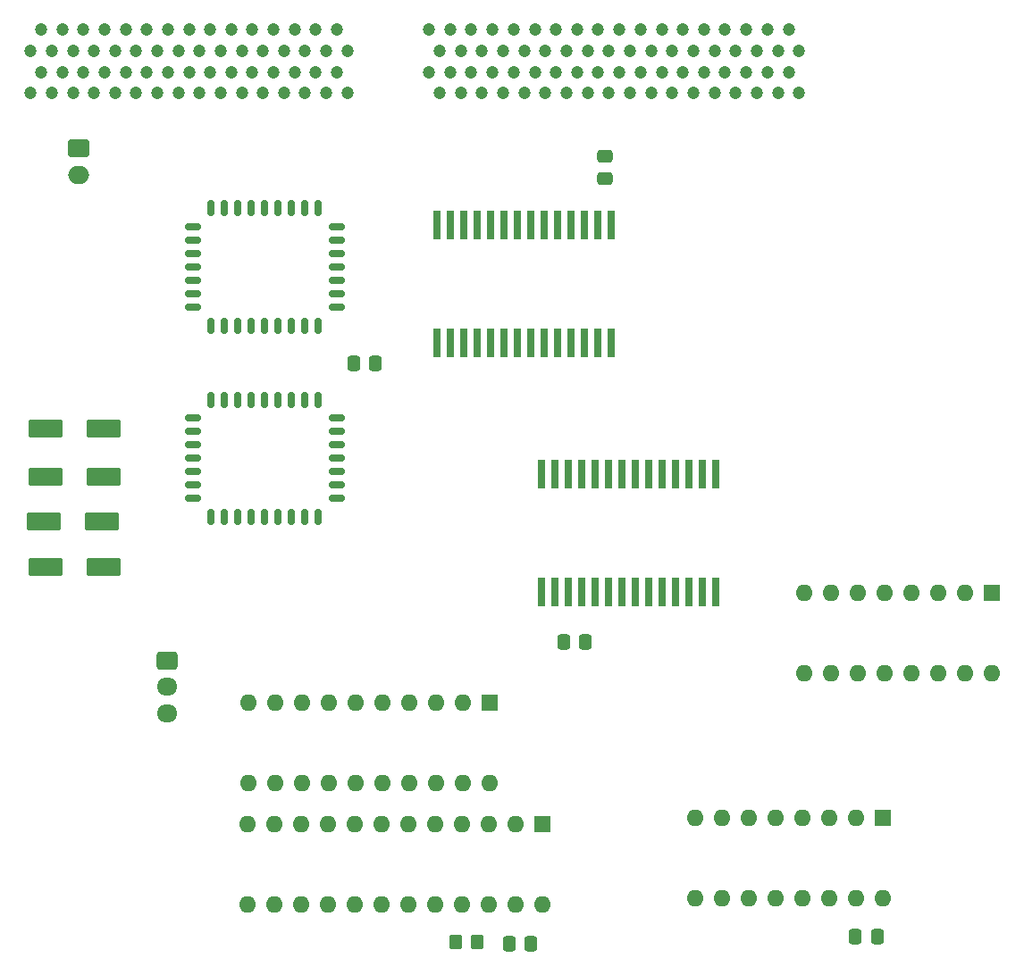
<source format=gbr>
%TF.GenerationSoftware,KiCad,Pcbnew,(7.0.0)*%
%TF.CreationDate,2023-02-16T22:34:58-06:00*%
%TF.ProjectId,cart,63617274-2e6b-4696-9361-645f70636258,rev?*%
%TF.SameCoordinates,Original*%
%TF.FileFunction,Soldermask,Top*%
%TF.FilePolarity,Negative*%
%FSLAX46Y46*%
G04 Gerber Fmt 4.6, Leading zero omitted, Abs format (unit mm)*
G04 Created by KiCad (PCBNEW (7.0.0)) date 2023-02-16 22:34:58*
%MOMM*%
%LPD*%
G01*
G04 APERTURE LIST*
G04 Aperture macros list*
%AMRoundRect*
0 Rectangle with rounded corners*
0 $1 Rounding radius*
0 $2 $3 $4 $5 $6 $7 $8 $9 X,Y pos of 4 corners*
0 Add a 4 corners polygon primitive as box body*
4,1,4,$2,$3,$4,$5,$6,$7,$8,$9,$2,$3,0*
0 Add four circle primitives for the rounded corners*
1,1,$1+$1,$2,$3*
1,1,$1+$1,$4,$5*
1,1,$1+$1,$6,$7*
1,1,$1+$1,$8,$9*
0 Add four rect primitives between the rounded corners*
20,1,$1+$1,$2,$3,$4,$5,0*
20,1,$1+$1,$4,$5,$6,$7,0*
20,1,$1+$1,$6,$7,$8,$9,0*
20,1,$1+$1,$8,$9,$2,$3,0*%
G04 Aperture macros list end*
%ADD10R,0.750000X2.750000*%
%ADD11RoundRect,0.250000X0.337500X0.475000X-0.337500X0.475000X-0.337500X-0.475000X0.337500X-0.475000X0*%
%ADD12R,1.600000X1.600000*%
%ADD13O,1.600000X1.600000*%
%ADD14RoundRect,0.250000X-0.475000X0.337500X-0.475000X-0.337500X0.475000X-0.337500X0.475000X0.337500X0*%
%ADD15RoundRect,0.150000X-0.587500X0.150000X-0.587500X-0.150000X0.587500X-0.150000X0.587500X0.150000X0*%
%ADD16RoundRect,0.150000X-0.150000X0.587500X-0.150000X-0.587500X0.150000X-0.587500X0.150000X0.587500X0*%
%ADD17RoundRect,0.250000X-0.750000X0.600000X-0.750000X-0.600000X0.750000X-0.600000X0.750000X0.600000X0*%
%ADD18O,2.000000X1.700000*%
%ADD19RoundRect,0.250000X1.400000X0.600000X-1.400000X0.600000X-1.400000X-0.600000X1.400000X-0.600000X0*%
%ADD20C,1.200000*%
%ADD21RoundRect,0.250000X0.350000X0.450000X-0.350000X0.450000X-0.350000X-0.450000X0.350000X-0.450000X0*%
%ADD22RoundRect,0.250000X-0.725000X0.600000X-0.725000X-0.600000X0.725000X-0.600000X0.725000X0.600000X0*%
%ADD23O,1.950000X1.700000*%
G04 APERTURE END LIST*
D10*
%TO.C,U8*%
X149779999Y-132884999D03*
X148509999Y-132884999D03*
X147239999Y-132884999D03*
X145969999Y-132884999D03*
X144699999Y-132884999D03*
X143429999Y-132884999D03*
X142159999Y-132884999D03*
X140889999Y-132884999D03*
X139619999Y-132884999D03*
X138349999Y-132884999D03*
X137079999Y-132884999D03*
X135809999Y-132884999D03*
X134539999Y-132884999D03*
X133269999Y-132884999D03*
X133269999Y-144064999D03*
X134539999Y-144064999D03*
X135809999Y-144064999D03*
X137079999Y-144064999D03*
X138349999Y-144064999D03*
X139619999Y-144064999D03*
X140889999Y-144064999D03*
X142159999Y-144064999D03*
X143429999Y-144064999D03*
X144699999Y-144064999D03*
X145969999Y-144064999D03*
X147239999Y-144064999D03*
X148509999Y-144064999D03*
X149779999Y-144064999D03*
%TD*%
%TO.C,U7*%
X139904999Y-109234999D03*
X138634999Y-109234999D03*
X137364999Y-109234999D03*
X136094999Y-109234999D03*
X134824999Y-109234999D03*
X133554999Y-109234999D03*
X132284999Y-109234999D03*
X131014999Y-109234999D03*
X129744999Y-109234999D03*
X128474999Y-109234999D03*
X127204999Y-109234999D03*
X125934999Y-109234999D03*
X124664999Y-109234999D03*
X123394999Y-109234999D03*
X123394999Y-120414999D03*
X124664999Y-120414999D03*
X125934999Y-120414999D03*
X127204999Y-120414999D03*
X128474999Y-120414999D03*
X129744999Y-120414999D03*
X131014999Y-120414999D03*
X132284999Y-120414999D03*
X133554999Y-120414999D03*
X134824999Y-120414999D03*
X136094999Y-120414999D03*
X137364999Y-120414999D03*
X138634999Y-120414999D03*
X139904999Y-120414999D03*
%TD*%
D11*
%TO.C,C2*%
X117587500Y-122350000D03*
X115512500Y-122350000D03*
%TD*%
D12*
%TO.C,U5*%
X165609999Y-165469999D03*
D13*
X163069999Y-165469999D03*
X160529999Y-165469999D03*
X157989999Y-165469999D03*
X155449999Y-165469999D03*
X152909999Y-165469999D03*
X150369999Y-165469999D03*
X147829999Y-165469999D03*
X147829999Y-173089999D03*
X150369999Y-173089999D03*
X152909999Y-173089999D03*
X155449999Y-173089999D03*
X157989999Y-173089999D03*
X160529999Y-173089999D03*
X163069999Y-173089999D03*
X165609999Y-173089999D03*
%TD*%
D14*
%TO.C,C7*%
X139300000Y-102762500D03*
X139300000Y-104837500D03*
%TD*%
D15*
%TO.C,U2*%
X113912500Y-131400000D03*
X113912500Y-130130000D03*
X113912500Y-128860000D03*
X113912500Y-127590000D03*
D16*
X112155000Y-125837500D03*
X110885000Y-125837500D03*
X109615000Y-125837500D03*
X108345000Y-125837500D03*
X107075000Y-125837500D03*
X105805000Y-125837500D03*
X104535000Y-125837500D03*
X103265000Y-125837500D03*
X101995000Y-125837500D03*
D15*
X100237500Y-127590000D03*
X100237500Y-128860000D03*
X100237500Y-130130000D03*
X100237500Y-131400000D03*
X100237500Y-132670000D03*
X100237500Y-133940000D03*
X100237500Y-135210000D03*
D16*
X101995000Y-136962500D03*
X103265000Y-136962500D03*
X104535000Y-136962500D03*
X105805000Y-136962500D03*
X107075000Y-136962500D03*
X108345000Y-136962500D03*
X109615000Y-136962500D03*
X110885000Y-136962500D03*
X112155000Y-136962500D03*
D15*
X113912500Y-135210000D03*
X113912500Y-133940000D03*
X113912500Y-132670000D03*
%TD*%
D17*
%TO.C,SW2*%
X89425000Y-102025000D03*
D18*
X89424999Y-104524999D03*
%TD*%
D19*
%TO.C,D4*%
X91770000Y-141665000D03*
X86270000Y-141665000D03*
%TD*%
%TO.C,D2*%
X91770000Y-133115000D03*
X86270000Y-133115000D03*
%TD*%
D11*
%TO.C,C3*%
X132307500Y-177460000D03*
X130232500Y-177460000D03*
%TD*%
D20*
%TO.C,SSCART1*%
X157710000Y-92750000D03*
X156710000Y-90750000D03*
X155710000Y-92750000D03*
X154710000Y-90750000D03*
X153710000Y-92750000D03*
X152710000Y-90750000D03*
X151690000Y-92750000D03*
X150690000Y-90750000D03*
X149690000Y-92750000D03*
X148690000Y-90750000D03*
X147690000Y-92750000D03*
X146690000Y-90750000D03*
X145690000Y-92750000D03*
X144690000Y-90750000D03*
X143690000Y-92750000D03*
X142690000Y-90750000D03*
X141690000Y-92750000D03*
X140690000Y-90750000D03*
X139670000Y-92750000D03*
X138670000Y-90750000D03*
X137670000Y-92750000D03*
X136670000Y-90750000D03*
X135670000Y-92750000D03*
X134670000Y-90750000D03*
X133670000Y-92750000D03*
X132670000Y-90750000D03*
X131670000Y-92750000D03*
X130670000Y-90750000D03*
X129670000Y-92750000D03*
X128670000Y-90750000D03*
X127650000Y-92750000D03*
X126650000Y-90750000D03*
X125650000Y-92750000D03*
X124650000Y-90750000D03*
X123650000Y-92750000D03*
X122650000Y-90750000D03*
X114900000Y-92750000D03*
X113900000Y-90750000D03*
X112900000Y-92750000D03*
X111900000Y-90750000D03*
X110900000Y-92750000D03*
X109900000Y-90750000D03*
X108900000Y-92750000D03*
X107900000Y-90750000D03*
X106900000Y-92750000D03*
X105900000Y-90750000D03*
X104900000Y-92750000D03*
X103900000Y-90750000D03*
X102900000Y-92750000D03*
X101900000Y-90750000D03*
X100900000Y-92750000D03*
X99900000Y-90750000D03*
X98900000Y-92750000D03*
X97900000Y-90750000D03*
X96900000Y-92750000D03*
X95900000Y-90750000D03*
X94900000Y-92750000D03*
X93900000Y-90750000D03*
X92900000Y-92750000D03*
X91900000Y-90750000D03*
X90900000Y-92750000D03*
X89900000Y-90750000D03*
X88900000Y-92750000D03*
X87900000Y-90750000D03*
X86900000Y-92750000D03*
X85900000Y-90750000D03*
X84900000Y-92750000D03*
X157710000Y-96750000D03*
X156710000Y-94750000D03*
X155710000Y-96750000D03*
X154710000Y-94750000D03*
X153710000Y-96750000D03*
X152710000Y-94750000D03*
X151690000Y-96750000D03*
X150690000Y-94750000D03*
X149690000Y-96750000D03*
X148690000Y-94750000D03*
X147690000Y-96750000D03*
X146690000Y-94750000D03*
X145690000Y-96750000D03*
X144690000Y-94750000D03*
X143690000Y-96750000D03*
X142690000Y-94750000D03*
X141690000Y-96750000D03*
X140690000Y-94750000D03*
X139670000Y-96750000D03*
X138670000Y-94750000D03*
X137670000Y-96750000D03*
X136670000Y-94750000D03*
X135670000Y-96750000D03*
X134670000Y-94750000D03*
X133670000Y-96750000D03*
X132670000Y-94750000D03*
X131670000Y-96750000D03*
X130670000Y-94750000D03*
X129670000Y-96750000D03*
X128670000Y-94750000D03*
X127650000Y-96750000D03*
X126650000Y-94750000D03*
X125650000Y-96750000D03*
X124650000Y-94750000D03*
X123650000Y-96750000D03*
X122650000Y-94750000D03*
X114900000Y-96750000D03*
X113900000Y-94750000D03*
X112900000Y-96750000D03*
X111900000Y-94750000D03*
X110900000Y-96750000D03*
X109900000Y-94750000D03*
X108900000Y-96750000D03*
X107900000Y-94750000D03*
X106900000Y-96750000D03*
X105900000Y-94750000D03*
X104900000Y-96750000D03*
X103900000Y-94750000D03*
X102900000Y-96750000D03*
X101900000Y-94750000D03*
X100900000Y-96750000D03*
X99900000Y-94750000D03*
X98900000Y-96750000D03*
X97900000Y-94750000D03*
X96900000Y-96750000D03*
X95900000Y-94750000D03*
X94900000Y-96750000D03*
X93900000Y-94750000D03*
X92900000Y-96750000D03*
X91900000Y-94750000D03*
X90900000Y-96750000D03*
X89900000Y-94750000D03*
X88900000Y-96750000D03*
X87900000Y-94750000D03*
X86900000Y-96750000D03*
X85900000Y-94750000D03*
X84900000Y-96750000D03*
%TD*%
D12*
%TO.C,U6*%
X175929999Y-144189999D03*
D13*
X173389999Y-144189999D03*
X170849999Y-144189999D03*
X168309999Y-144189999D03*
X165769999Y-144189999D03*
X163229999Y-144189999D03*
X160689999Y-144189999D03*
X158149999Y-144189999D03*
X158149999Y-151809999D03*
X160689999Y-151809999D03*
X163229999Y-151809999D03*
X165769999Y-151809999D03*
X168309999Y-151809999D03*
X170849999Y-151809999D03*
X173389999Y-151809999D03*
X175929999Y-151809999D03*
%TD*%
D12*
%TO.C,U1*%
X128424999Y-154574999D03*
D13*
X125884999Y-154574999D03*
X123344999Y-154574999D03*
X120804999Y-154574999D03*
X118264999Y-154574999D03*
X115724999Y-154574999D03*
X113184999Y-154574999D03*
X110644999Y-154574999D03*
X108104999Y-154574999D03*
X105564999Y-154574999D03*
X105564999Y-162194999D03*
X108104999Y-162194999D03*
X110644999Y-162194999D03*
X113184999Y-162194999D03*
X115724999Y-162194999D03*
X118264999Y-162194999D03*
X120804999Y-162194999D03*
X123344999Y-162194999D03*
X125884999Y-162194999D03*
X128424999Y-162194999D03*
%TD*%
D19*
%TO.C,D1*%
X91770000Y-128590000D03*
X86270000Y-128590000D03*
%TD*%
D11*
%TO.C,C1*%
X165107500Y-176780000D03*
X163032500Y-176780000D03*
%TD*%
D12*
%TO.C,U4*%
X133399999Y-166049999D03*
D13*
X130859999Y-166049999D03*
X128319999Y-166049999D03*
X125779999Y-166049999D03*
X123239999Y-166049999D03*
X120699999Y-166049999D03*
X118159999Y-166049999D03*
X115619999Y-166049999D03*
X113079999Y-166049999D03*
X110539999Y-166049999D03*
X107999999Y-166049999D03*
X105459999Y-166049999D03*
X105459999Y-173669999D03*
X107999999Y-173669999D03*
X110539999Y-173669999D03*
X113079999Y-173669999D03*
X115619999Y-173669999D03*
X118159999Y-173669999D03*
X120699999Y-173669999D03*
X123239999Y-173669999D03*
X125779999Y-173669999D03*
X128319999Y-173669999D03*
X130859999Y-173669999D03*
X133399999Y-173669999D03*
%TD*%
D11*
%TO.C,C4*%
X137475000Y-148765000D03*
X135400000Y-148765000D03*
%TD*%
D19*
%TO.C,D3*%
X91645000Y-137415000D03*
X86145000Y-137415000D03*
%TD*%
D21*
%TO.C,R1*%
X127170000Y-177260000D03*
X125170000Y-177260000D03*
%TD*%
D22*
%TO.C,SW1*%
X97800000Y-150575000D03*
D23*
X97799999Y-153074999D03*
X97799999Y-155574999D03*
%TD*%
D15*
%TO.C,U3*%
X113912500Y-113250000D03*
X113912500Y-111980000D03*
X113912500Y-110710000D03*
X113912500Y-109440000D03*
D16*
X112155000Y-107687500D03*
X110885000Y-107687500D03*
X109615000Y-107687500D03*
X108345000Y-107687500D03*
X107075000Y-107687500D03*
X105805000Y-107687500D03*
X104535000Y-107687500D03*
X103265000Y-107687500D03*
X101995000Y-107687500D03*
D15*
X100237500Y-109440000D03*
X100237500Y-110710000D03*
X100237500Y-111980000D03*
X100237500Y-113250000D03*
X100237500Y-114520000D03*
X100237500Y-115790000D03*
X100237500Y-117060000D03*
D16*
X101995000Y-118812500D03*
X103265000Y-118812500D03*
X104535000Y-118812500D03*
X105805000Y-118812500D03*
X107075000Y-118812500D03*
X108345000Y-118812500D03*
X109615000Y-118812500D03*
X110885000Y-118812500D03*
X112155000Y-118812500D03*
D15*
X113912500Y-117060000D03*
X113912500Y-115790000D03*
X113912500Y-114520000D03*
%TD*%
M02*

</source>
